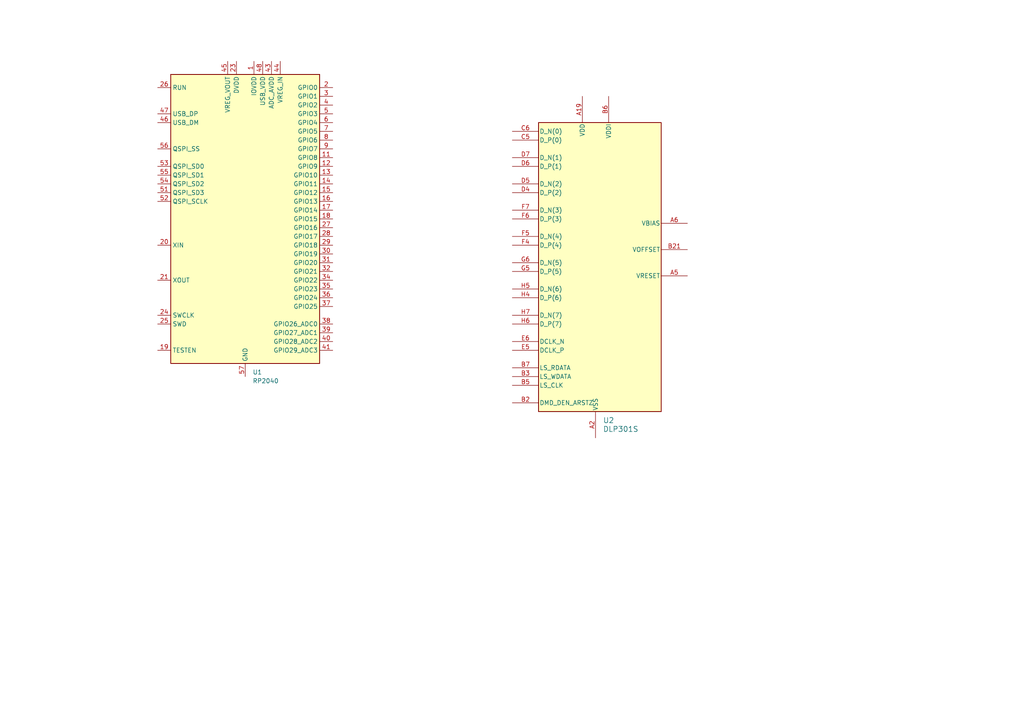
<source format=kicad_sch>
(kicad_sch (version 20250114) (generator "eeschema") (generator_version "9.0")
  (paper "A4")
  (lib_symbols
    (symbol "MCU_RaspberryPi:RP2040"
      (property "Reference" "U" (at 17.78 45.72 0))
      (property "Value" "RP2040" (at 17.78 43.18 0))
      (symbol "RP2040_0_1"
        (rectangle (start -21.59 41.91) (end 21.59 -41.91) (stroke (width 0.254)) (fill (type background)))
      )
      (symbol "RP2040_1_1"
        (pin input line (at -25.4 38.1 0) (length 3.81) (name "RUN") (number "26"))
        (pin bidirectional line (at -25.4 30.48 0) (length 3.81) (name "USB_DP") (number "47"))
        (pin bidirectional line (at -25.4 27.94 0) (length 3.81) (name "USB_DM") (number "46"))
        (pin bidirectional line (at -25.4 20.32 0) (length 3.81) (name "QSPI_SS") (number "56"))
        (pin bidirectional line (at -25.4 15.24 0) (length 3.81) (name "QSPI_SD0") (number "53"))
        (pin bidirectional line (at -25.4 12.7 0) (length 3.81) (name "QSPI_SD1") (number "55"))
        (pin bidirectional line (at -25.4 10.16 0) (length 3.81) (name "QSPI_SD2") (number "54"))
        (pin bidirectional line (at -25.4 7.62 0) (length 3.81) (name "QSPI_SD3") (number "51"))
        (pin output line (at -25.4 5.08 0) (length 3.81) (name "QSPI_SCLK") (number "52"))
        (pin input line (at -25.4 -7.62 0) (length 3.81) (name "XIN") (number "20"))
        (pin passive line (at -25.4 -17.78 0) (length 3.81) (name "XOUT") (number "21"))
        (pin input line (at -25.4 -27.94 0) (length 3.81) (name "SWCLK") (number "24"))
        (pin bidirectional line (at -25.4 -30.48 0) (length 3.81) (name "SWD") (number "25"))
        (pin input line (at -25.4 -38.1 0) (length 3.81) (name "TESTEN") (number "19"))
        (pin power_out line (at -5.08 45.72 270) (length 3.81) (name "VREG_VOUT") (number "45"))
        (pin power_in line (at -2.54 45.72 270) (length 3.81) (name "DVDD") (number "23"))
        (pin passive line (at -2.54 45.72 270) (length 3.81) (hide yes) (name "DVDD") (number "50"))
        (pin power_in line (at 0 -45.72 90) (length 3.81) (name "GND") (number "57"))
        (pin power_in line (at 2.54 45.72 270) (length 3.81) (name "IOVDD") (number "1"))
        (pin passive line (at 2.54 45.72 270) (length 3.81) (hide yes) (name "IOVDD") (number "10"))
        (pin passive line (at 2.54 45.72 270) (length 3.81) (hide yes) (name "IOVDD") (number "22"))
        (pin passive line (at 2.54 45.72 270) (length 3.81) (hide yes) (name "IOVDD") (number "33"))
        (pin passive line (at 2.54 45.72 270) (length 3.81) (hide yes) (name "IOVDD") (number "42"))
        (pin passive line (at 2.54 45.72 270) (length 3.81) (hide yes) (name "IOVDD") (number "49"))
        (pin power_in line (at 5.08 45.72 270) (length 3.81) (name "USB_VDD") (number "48"))
        (pin power_in line (at 7.62 45.72 270) (length 3.81) (name "ADC_AVDD") (number "43"))
        (pin power_in line (at 10.16 45.72 270) (length 3.81) (name "VREG_IN") (number "44"))
        (pin bidirectional line (at 25.4 38.1 180) (length 3.81) (name "GPIO0") (number "2"))
        (pin bidirectional line (at 25.4 35.56 180) (length 3.81) (name "GPIO1") (number "3"))
        (pin bidirectional line (at 25.4 33.02 180) (length 3.81) (name "GPIO2") (number "4"))
        (pin bidirectional line (at 25.4 30.48 180) (length 3.81) (name "GPIO3") (number "5"))
        (pin bidirectional line (at 25.4 27.94 180) (length 3.81) (name "GPIO4") (number "6"))
        (pin bidirectional line (at 25.4 25.4 180) (length 3.81) (name "GPIO5") (number "7"))
        (pin bidirectional line (at 25.4 22.86 180) (length 3.81) (name "GPIO6") (number "8"))
        (pin bidirectional line (at 25.4 20.32 180) (length 3.81) (name "GPIO7") (number "9"))
        (pin bidirectional line (at 25.4 17.78 180) (length 3.81) (name "GPIO8") (number "11"))
        (pin bidirectional line (at 25.4 15.24 180) (length 3.81) (name "GPIO9") (number "12"))
        (pin bidirectional line (at 25.4 12.7 180) (length 3.81) (name "GPIO10") (number "13"))
        (pin bidirectional line (at 25.4 10.16 180) (length 3.81) (name "GPIO11") (number "14"))
        (pin bidirectional line (at 25.4 7.62 180) (length 3.81) (name "GPIO12") (number "15"))
        (pin bidirectional line (at 25.4 5.08 180) (length 3.81) (name "GPIO13") (number "16"))
        (pin bidirectional line (at 25.4 2.54 180) (length 3.81) (name "GPIO14") (number "17"))
        (pin bidirectional line (at 25.4 0 180) (length 3.81) (name "GPIO15") (number "18"))
        (pin bidirectional line (at 25.4 -2.54 180) (length 3.81) (name "GPIO16") (number "27"))
        (pin bidirectional line (at 25.4 -5.08 180) (length 3.81) (name "GPIO17") (number "28"))
        (pin bidirectional line (at 25.4 -7.62 180) (length 3.81) (name "GPIO18") (number "29"))
        (pin bidirectional line (at 25.4 -10.16 180) (length 3.81) (name "GPIO19") (number "30"))
        (pin bidirectional line (at 25.4 -12.7 180) (length 3.81) (name "GPIO20") (number "31"))
        (pin bidirectional line (at 25.4 -15.24 180) (length 3.81) (name "GPIO21") (number "32"))
        (pin bidirectional line (at 25.4 -17.78 180) (length 3.81) (name "GPIO22") (number "34"))
        (pin bidirectional line (at 25.4 -20.32 180) (length 3.81) (name "GPIO23") (number "35"))
        (pin bidirectional line (at 25.4 -22.86 180) (length 3.81) (name "GPIO24") (number "36"))
        (pin bidirectional line (at 25.4 -25.4 180) (length 3.81) (name "GPIO25") (number "37"))
        (pin bidirectional line (at 25.4 -30.48 180) (length 3.81) (name "GPIO26_ADC0") (number "38"))
        (pin bidirectional line (at 25.4 -33.02 180) (length 3.81) (name "GPIO27_ADC1") (number "39"))
        (pin bidirectional line (at 25.4 -35.56 180) (length 3.81) (name "GPIO28_ADC2") (number "40"))
        (pin bidirectional line (at 25.4 -38.1 180) (length 3.81) (name "GPIO29_ADC3") (number "41"))
      )
    )
    (symbol "custom_dlp:DLP301S" (pin_names (offset 0.254))
      (property "Reference" "U" (at 0 31.75 0))
      (property "Value" "DLP301S" (at 0 29.21 0))
      (symbol "DLP301S_1_1"
        (rectangle (start -16.51 38.1) (end 19.05 -45.72) (stroke (width 0.254)) (fill (type background)))
        (pin input line (at -24.13 35.56 0) (length 7.62) (name "D_N(0)") (number "C6"))
        (pin input line (at -24.13 33.02 0) (length 7.62) (name "D_P(0)") (number "C5"))
        (pin input line (at -24.13 27.94 0) (length 7.62) (name "D_N(1)") (number "D7"))
        (pin input line (at -24.13 25.4 0) (length 7.62) (name "D_P(1)") (number "D6"))
        (pin input line (at -24.13 20.32 0) (length 7.62) (name "D_N(2)") (number "D5"))
        (pin input line (at -24.13 17.78 0) (length 7.62) (name "D_P(2)") (number "D4"))
        (pin input line (at -24.13 12.7 0) (length 7.62) (name "D_N(3)") (number "F7"))
        (pin input line (at -24.13 10.16 0) (length 7.62) (name "D_P(3)") (number "F6"))
        (pin input line (at -24.13 5.08 0) (length 7.62) (name "D_N(4)") (number "F5"))
        (pin input line (at -24.13 2.54 0) (length 7.62) (name "D_P(4)") (number "F4"))
        (pin input line (at -24.13 -2.54 0) (length 7.62) (name "D_N(5)") (number "G6"))
        (pin input line (at -24.13 -5.08 0) (length 7.62) (name "D_P(5)") (number "G5"))
        (pin input line (at -24.13 -10.16 0) (length 7.62) (name "D_N(6)") (number "H5"))
        (pin input line (at -24.13 -12.7 0) (length 7.62) (name "D_P(6)") (number "H4"))
        (pin input line (at -24.13 -17.78 0) (length 7.62) (name "D_N(7)") (number "H7"))
        (pin input line (at -24.13 -20.32 0) (length 7.62) (name "D_P(7)") (number "H6"))
        (pin input line (at -24.13 -25.4 0) (length 7.62) (name "DCLK_N") (number "E6"))
        (pin input line (at -24.13 -27.94 0) (length 7.62) (name "DCLK_P") (number "E5"))
        (pin output line (at -24.13 -33.02 0) (length 7.62) (name "LS_RDATA") (number "B7"))
        (pin input line (at -24.13 -35.56 0) (length 7.62) (name "LS_WDATA") (number "B3"))
        (pin input line (at -24.13 -38.1 0) (length 7.62) (name "LS_CLK") (number "B5"))
        (pin input line (at -24.13 -43.18 0) (length 7.62) (name "DMD_DEN_ARSTZ") (number "B2"))
        (pin power_in line (at -3.81 45.72 270) (length 7.62) (name "VDD") (number "A19"))
        (pin power_in line (at -3.81 45.72 270) (length 7.62) (hide yes) (name "VDD") (number "A20"))
        (pin power_in line (at -3.81 45.72 270) (length 7.62) (hide yes) (name "VDD") (number "A21"))
        (pin power_in line (at -3.81 45.72 270) (length 7.62) (hide yes) (name "VDD") (number "B20"))
        (pin power_in line (at -3.81 45.72 270) (length 7.62) (hide yes) (name "VDD") (number "C2"))
        (pin power_in line (at -3.81 45.72 270) (length 7.62) (hide yes) (name "VDD") (number "D2"))
        (pin power_in line (at -3.81 45.72 270) (length 7.62) (hide yes) (name "VDD") (number "D23"))
        (pin power_in line (at -3.81 45.72 270) (length 7.62) (hide yes) (name "VDD") (number "D3"))
        (pin power_in line (at -3.81 45.72 270) (length 7.62) (hide yes) (name "VDD") (number "E2"))
        (pin power_in line (at -3.81 45.72 270) (length 7.62) (hide yes) (name "VDD") (number "F2"))
        (pin power_in line (at -3.81 45.72 270) (length 7.62) (hide yes) (name "VDD") (number "F23"))
        (pin power_in line (at -3.81 45.72 270) (length 7.62) (hide yes) (name "VDD") (number "F3"))
        (pin no_connect line (at -1.27 21.59 0) (length 7.62) (hide yes) (name "NC") (number "C20"))
        (pin no_connect line (at -1.27 19.05 0) (length 7.62) (hide yes) (name "NC") (number "C21"))
        (pin no_connect line (at -1.27 16.51 0) (length 7.62) (hide yes) (name "NC") (number "D20"))
        (pin no_connect line (at -1.27 13.97 0) (length 7.62) (hide yes) (name "NC") (number "D19"))
        (pin no_connect line (at -1.27 11.43 0) (length 7.62) (hide yes) (name "NC") (number "D21"))
        (pin no_connect line (at -1.27 8.89 0) (length 7.62) (hide yes) (name "NC") (number "D22"))
        (pin no_connect line (at -1.27 6.35 0) (length 7.62) (hide yes) (name "NC") (number "F20"))
        (pin no_connect line (at -1.27 3.81 0) (length 7.62) (hide yes) (name "NC") (number "F19"))
        (pin no_connect line (at -1.27 1.27 0) (length 7.62) (hide yes) (name "NC") (number "F22"))
        (pin no_connect line (at -1.27 -1.27 0) (length 7.62) (hide yes) (name "NC") (number "F21"))
        (pin no_connect line (at -1.27 -3.81 0) (length 7.62) (hide yes) (name "NC") (number "G21"))
        (pin no_connect line (at -1.27 -6.35 0) (length 7.62) (hide yes) (name "NC") (number "G20"))
        (pin no_connect line (at -1.27 -8.89 0) (length 7.62) (hide yes) (name "NC") (number "H22"))
        (pin no_connect line (at -1.27 -11.43 0) (length 7.62) (hide yes) (name "NC") (number "H21"))
        (pin no_connect line (at -1.27 -13.97 0) (length 7.62) (hide yes) (name "NC") (number "H20"))
        (pin no_connect line (at -1.27 -16.51 0) (length 7.62) (hide yes) (name "NC") (number "H19"))
        (pin no_connect line (at -1.27 -19.05 0) (length 7.62) (hide yes) (name "NC") (number "E21"))
        (pin no_connect line (at -1.27 -21.59 0) (length 7.62) (hide yes) (name "NC") (number "E20"))
        (pin no_connect line (at -1.27 -24.13 0) (length 7.62) (hide yes) (name "NC") (number "B4"))
        (pin power_in line (at 0 -53.34 90) (length 7.62) (name "VSS") (number "A2"))
        (pin power_in line (at 0 -53.34 90) (length 7.62) (hide yes) (name "VSS") (number "A24"))
        (pin power_in line (at 0 -53.34 90) (length 7.62) (hide yes) (name "VSS") (number "A3"))
        (pin power_in line (at 0 -53.34 90) (length 7.62) (hide yes) (name "VSS") (number "A4"))
        (pin power_in line (at 0 -53.34 90) (length 7.62) (hide yes) (name "VSS") (number "A7"))
        (pin power_in line (at 0 -53.34 90) (length 7.62) (hide yes) (name "VSS") (number "B22"))
        (pin power_in line (at 0 -53.34 90) (length 7.62) (hide yes) (name "VSS") (number "B23"))
        (pin power_in line (at 0 -53.34 90) (length 7.62) (hide yes) (name "VSS") (number "B24"))
        (pin power_in line (at 0 -53.34 90) (length 7.62) (hide yes) (name "VSS") (number "C19"))
        (pin power_in line (at 0 -53.34 90) (length 7.62) (hide yes) (name "VSS") (number "C22"))
        (pin power_in line (at 0 -53.34 90) (length 7.62) (hide yes) (name "VSS") (number "C4"))
        (pin power_in line (at 0 -53.34 90) (length 7.62) (hide yes) (name "VSS") (number "C7"))
        (pin power_in line (at 0 -53.34 90) (length 7.62) (hide yes) (name "VSS") (number "E19"))
        (pin power_in line (at 0 -53.34 90) (length 7.62) (hide yes) (name "VSS") (number "E22"))
        (pin power_in line (at 0 -53.34 90) (length 7.62) (hide yes) (name "VSS") (number "E4"))
        (pin power_in line (at 0 -53.34 90) (length 7.62) (hide yes) (name "VSS") (number "E7"))
        (pin power_in line (at 0 -53.34 90) (length 7.62) (hide yes) (name "VSS") (number "G19"))
        (pin power_in line (at 0 -53.34 90) (length 7.62) (hide yes) (name "VSS") (number "G22"))
        (pin power_in line (at 0 -53.34 90) (length 7.62) (hide yes) (name "VSS") (number "G24"))
        (pin power_in line (at 0 -53.34 90) (length 7.62) (hide yes) (name "VSS") (number "G4"))
        (pin power_in line (at 0 -53.34 90) (length 7.62) (hide yes) (name "VSS") (number "G7"))
        (pin power_in line (at 0 -53.34 90) (length 7.62) (hide yes) (name "VSS") (number "H2"))
        (pin power_in line (at 0 -53.34 90) (length 7.62) (hide yes) (name "VSS") (number "H23"))
        (pin power_in line (at 0 -53.34 90) (length 7.62) (hide yes) (name "VSS") (number "H24"))
        (pin power_in line (at 0 -53.34 90) (length 7.62) (hide yes) (name "VSS") (number "H3"))
        (pin power_in line (at 3.81 45.72 270) (length 7.62) (hide yes) (name "VDDI") (number "B19"))
        (pin power_in line (at 3.81 45.72 270) (length 7.62) (name "VDDI") (number "B6"))
        (pin power_in line (at 3.81 45.72 270) (length 7.62) (hide yes) (name "VDDI") (number "C23"))
        (pin power_in line (at 3.81 45.72 270) (length 7.62) (hide yes) (name "VDDI") (number "C3"))
        (pin power_in line (at 3.81 45.72 270) (length 7.62) (hide yes) (name "VDDI") (number "E23"))
        (pin power_in line (at 3.81 45.72 270) (length 7.62) (hide yes) (name "VDDI") (number "E3"))
        (pin power_in line (at 3.81 45.72 270) (length 7.62) (hide yes) (name "VDDI") (number "G23"))
        (pin power_in line (at 3.81 45.72 270) (length 7.62) (hide yes) (name "VDDI") (number "G3"))
        (pin power_in line (at 26.67 8.89 180) (length 7.62) (hide yes) (name "VBIAS") (number "A22"))
        (pin power_in line (at 26.67 8.89 180) (length 7.62) (name "VBIAS") (number "A6"))
        (pin power_in line (at 26.67 1.27 180) (length 7.62) (name "VOFFSET") (number "B21"))
        (pin power_in line (at 26.67 1.27 180) (length 7.62) (hide yes) (name "VOFFSET") (number "G2"))
        (pin power_in line (at 26.67 -6.35 180) (length 7.62) (hide yes) (name "VRESET") (number "A23"))
        (pin power_in line (at 26.67 -6.35 180) (length 7.62) (name "VRESET") (number "A5"))
      )
    )
  )
  (symbol (lib_id "custom_dlp:DLP301S") (at 172.72 73.66 0) (unit 1)
    (property "Reference" "U2" (at 174.8633 121.92 0) (effects (font (size 1.524 1.524)) (justify left)))
    (property "Value" "DLP301S" (at 174.8633 124.46 0) (effects (font (size 1.524 1.524)) (justify left)))
    (property "Footprint" "custom_dlp:LGA99_FQS" (effects (hide yes)))
    (property "Datasheet" "DLP3310AFQM" (effects (hide yes)))
  )
  (symbol (lib_id "MCU_RaspberryPi:RP2040") (at 71.12 63.5 0) (unit 1)
    (property "Reference" "U1" (at 73.2633 107.95 0) (effects (justify left)))
    (property "Value" "RP2040" (at 73.2633 110.49 0) (effects (justify left)))
    (property "Footprint" "Package_DFN_QFN:QFN-56-1EP_7x7mm_P0.4mm_EP3.2x3.2mm" (effects (hide yes)))
    (property "Datasheet" "https://datasheets.raspberrypi.com/rp2040/rp2040-datasheet.pdf" (effects (hide yes)))
    (property "Description" "A microcontroller by Raspberry Pi" (effects (hide yes)))
  )
)
</source>
